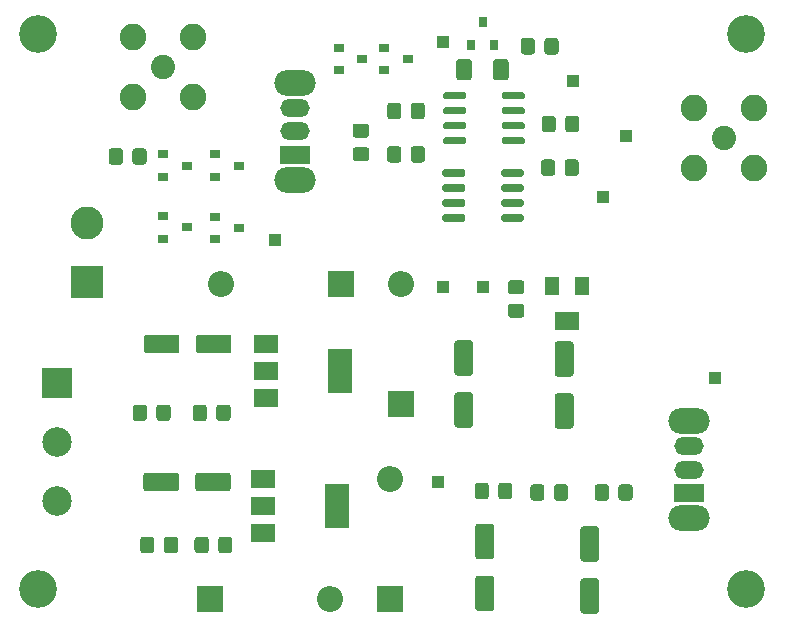
<source format=gbr>
%TF.GenerationSoftware,KiCad,Pcbnew,(5.1.8-0-10_14)*%
%TF.CreationDate,2022-02-24T11:51:48-06:00*%
%TF.ProjectId,SAQ_KiCad,5341515f-4b69-4436-9164-2e6b69636164,rev?*%
%TF.SameCoordinates,Original*%
%TF.FileFunction,Soldermask,Top*%
%TF.FilePolarity,Negative*%
%FSLAX46Y46*%
G04 Gerber Fmt 4.6, Leading zero omitted, Abs format (unit mm)*
G04 Created by KiCad (PCBNEW (5.1.8-0-10_14)) date 2022-02-24 11:51:48*
%MOMM*%
%LPD*%
G01*
G04 APERTURE LIST*
%ADD10C,2.250000*%
%ADD11C,2.050000*%
%ADD12C,3.200000*%
%ADD13R,1.000000X1.000000*%
%ADD14R,2.000000X1.500000*%
%ADD15R,2.000000X3.800000*%
%ADD16O,3.500000X2.200000*%
%ADD17O,2.500000X1.500000*%
%ADD18R,2.500000X1.500000*%
%ADD19R,1.300000X1.600000*%
%ADD20R,2.000000X1.600000*%
%ADD21R,0.800000X0.900000*%
%ADD22R,0.900000X0.800000*%
%ADD23C,2.500000*%
%ADD24R,2.500000X2.500000*%
%ADD25C,2.800000*%
%ADD26R,2.800000X2.800000*%
%ADD27O,2.200000X2.200000*%
%ADD28R,2.200000X2.200000*%
G04 APERTURE END LIST*
D10*
%TO.C,J3*%
X115570000Y-23876000D03*
X115570000Y-18796000D03*
X120650000Y-18796000D03*
X120650000Y-23876000D03*
D11*
X118110000Y-21336000D03*
%TD*%
D10*
%TO.C,J4*%
X163068000Y-29845000D03*
X163068000Y-24765000D03*
X168148000Y-24765000D03*
X168148000Y-29845000D03*
D11*
X165608000Y-27305000D03*
%TD*%
D12*
%TO.C,H5*%
X107500000Y-18500000D03*
%TD*%
%TO.C,H4*%
X167500000Y-18500000D03*
%TD*%
%TO.C,H3*%
X167500000Y-65500000D03*
%TD*%
%TO.C,H2*%
X107500000Y-65500000D03*
%TD*%
%TO.C,U4*%
G36*
G01*
X143726000Y-33949500D02*
X143726000Y-34249500D01*
G75*
G02*
X143576000Y-34399500I-150000J0D01*
G01*
X141926000Y-34399500D01*
G75*
G02*
X141776000Y-34249500I0J150000D01*
G01*
X141776000Y-33949500D01*
G75*
G02*
X141926000Y-33799500I150000J0D01*
G01*
X143576000Y-33799500D01*
G75*
G02*
X143726000Y-33949500I0J-150000D01*
G01*
G37*
G36*
G01*
X143726000Y-32679500D02*
X143726000Y-32979500D01*
G75*
G02*
X143576000Y-33129500I-150000J0D01*
G01*
X141926000Y-33129500D01*
G75*
G02*
X141776000Y-32979500I0J150000D01*
G01*
X141776000Y-32679500D01*
G75*
G02*
X141926000Y-32529500I150000J0D01*
G01*
X143576000Y-32529500D01*
G75*
G02*
X143726000Y-32679500I0J-150000D01*
G01*
G37*
G36*
G01*
X143726000Y-31409500D02*
X143726000Y-31709500D01*
G75*
G02*
X143576000Y-31859500I-150000J0D01*
G01*
X141926000Y-31859500D01*
G75*
G02*
X141776000Y-31709500I0J150000D01*
G01*
X141776000Y-31409500D01*
G75*
G02*
X141926000Y-31259500I150000J0D01*
G01*
X143576000Y-31259500D01*
G75*
G02*
X143726000Y-31409500I0J-150000D01*
G01*
G37*
G36*
G01*
X143726000Y-30139500D02*
X143726000Y-30439500D01*
G75*
G02*
X143576000Y-30589500I-150000J0D01*
G01*
X141926000Y-30589500D01*
G75*
G02*
X141776000Y-30439500I0J150000D01*
G01*
X141776000Y-30139500D01*
G75*
G02*
X141926000Y-29989500I150000J0D01*
G01*
X143576000Y-29989500D01*
G75*
G02*
X143726000Y-30139500I0J-150000D01*
G01*
G37*
G36*
G01*
X148676000Y-30139500D02*
X148676000Y-30439500D01*
G75*
G02*
X148526000Y-30589500I-150000J0D01*
G01*
X146876000Y-30589500D01*
G75*
G02*
X146726000Y-30439500I0J150000D01*
G01*
X146726000Y-30139500D01*
G75*
G02*
X146876000Y-29989500I150000J0D01*
G01*
X148526000Y-29989500D01*
G75*
G02*
X148676000Y-30139500I0J-150000D01*
G01*
G37*
G36*
G01*
X148676000Y-31409500D02*
X148676000Y-31709500D01*
G75*
G02*
X148526000Y-31859500I-150000J0D01*
G01*
X146876000Y-31859500D01*
G75*
G02*
X146726000Y-31709500I0J150000D01*
G01*
X146726000Y-31409500D01*
G75*
G02*
X146876000Y-31259500I150000J0D01*
G01*
X148526000Y-31259500D01*
G75*
G02*
X148676000Y-31409500I0J-150000D01*
G01*
G37*
G36*
G01*
X148676000Y-32679500D02*
X148676000Y-32979500D01*
G75*
G02*
X148526000Y-33129500I-150000J0D01*
G01*
X146876000Y-33129500D01*
G75*
G02*
X146726000Y-32979500I0J150000D01*
G01*
X146726000Y-32679500D01*
G75*
G02*
X146876000Y-32529500I150000J0D01*
G01*
X148526000Y-32529500D01*
G75*
G02*
X148676000Y-32679500I0J-150000D01*
G01*
G37*
G36*
G01*
X148676000Y-33949500D02*
X148676000Y-34249500D01*
G75*
G02*
X148526000Y-34399500I-150000J0D01*
G01*
X146876000Y-34399500D01*
G75*
G02*
X146726000Y-34249500I0J150000D01*
G01*
X146726000Y-33949500D01*
G75*
G02*
X146876000Y-33799500I150000J0D01*
G01*
X148526000Y-33799500D01*
G75*
G02*
X148676000Y-33949500I0J-150000D01*
G01*
G37*
%TD*%
D13*
%TO.C,TP9*%
X127635000Y-35941000D03*
%TD*%
%TO.C,TP8*%
X145224500Y-39941500D03*
%TD*%
%TO.C,TP7*%
X141414500Y-56451500D03*
%TD*%
%TO.C,TP6*%
X141795500Y-39941500D03*
%TD*%
%TO.C,TP5*%
X164846000Y-47688500D03*
%TD*%
%TO.C,TP4*%
X157289500Y-27178000D03*
%TD*%
%TO.C,TP3*%
X155384500Y-32321500D03*
%TD*%
%TO.C,TP2*%
X152844500Y-22479000D03*
%TD*%
%TO.C,TP1*%
X141859000Y-19177000D03*
%TD*%
%TO.C,U3*%
G36*
G01*
X146795620Y-23911700D02*
X146795620Y-23611700D01*
G75*
G02*
X146945620Y-23461700I150000J0D01*
G01*
X148595620Y-23461700D01*
G75*
G02*
X148745620Y-23611700I0J-150000D01*
G01*
X148745620Y-23911700D01*
G75*
G02*
X148595620Y-24061700I-150000J0D01*
G01*
X146945620Y-24061700D01*
G75*
G02*
X146795620Y-23911700I0J150000D01*
G01*
G37*
G36*
G01*
X146795620Y-25181700D02*
X146795620Y-24881700D01*
G75*
G02*
X146945620Y-24731700I150000J0D01*
G01*
X148595620Y-24731700D01*
G75*
G02*
X148745620Y-24881700I0J-150000D01*
G01*
X148745620Y-25181700D01*
G75*
G02*
X148595620Y-25331700I-150000J0D01*
G01*
X146945620Y-25331700D01*
G75*
G02*
X146795620Y-25181700I0J150000D01*
G01*
G37*
G36*
G01*
X146795620Y-26451700D02*
X146795620Y-26151700D01*
G75*
G02*
X146945620Y-26001700I150000J0D01*
G01*
X148595620Y-26001700D01*
G75*
G02*
X148745620Y-26151700I0J-150000D01*
G01*
X148745620Y-26451700D01*
G75*
G02*
X148595620Y-26601700I-150000J0D01*
G01*
X146945620Y-26601700D01*
G75*
G02*
X146795620Y-26451700I0J150000D01*
G01*
G37*
G36*
G01*
X146795620Y-27721700D02*
X146795620Y-27421700D01*
G75*
G02*
X146945620Y-27271700I150000J0D01*
G01*
X148595620Y-27271700D01*
G75*
G02*
X148745620Y-27421700I0J-150000D01*
G01*
X148745620Y-27721700D01*
G75*
G02*
X148595620Y-27871700I-150000J0D01*
G01*
X146945620Y-27871700D01*
G75*
G02*
X146795620Y-27721700I0J150000D01*
G01*
G37*
G36*
G01*
X141845620Y-27721700D02*
X141845620Y-27421700D01*
G75*
G02*
X141995620Y-27271700I150000J0D01*
G01*
X143645620Y-27271700D01*
G75*
G02*
X143795620Y-27421700I0J-150000D01*
G01*
X143795620Y-27721700D01*
G75*
G02*
X143645620Y-27871700I-150000J0D01*
G01*
X141995620Y-27871700D01*
G75*
G02*
X141845620Y-27721700I0J150000D01*
G01*
G37*
G36*
G01*
X141845620Y-26451700D02*
X141845620Y-26151700D01*
G75*
G02*
X141995620Y-26001700I150000J0D01*
G01*
X143645620Y-26001700D01*
G75*
G02*
X143795620Y-26151700I0J-150000D01*
G01*
X143795620Y-26451700D01*
G75*
G02*
X143645620Y-26601700I-150000J0D01*
G01*
X141995620Y-26601700D01*
G75*
G02*
X141845620Y-26451700I0J150000D01*
G01*
G37*
G36*
G01*
X141845620Y-25181700D02*
X141845620Y-24881700D01*
G75*
G02*
X141995620Y-24731700I150000J0D01*
G01*
X143645620Y-24731700D01*
G75*
G02*
X143795620Y-24881700I0J-150000D01*
G01*
X143795620Y-25181700D01*
G75*
G02*
X143645620Y-25331700I-150000J0D01*
G01*
X141995620Y-25331700D01*
G75*
G02*
X141845620Y-25181700I0J150000D01*
G01*
G37*
G36*
G01*
X141845620Y-23911700D02*
X141845620Y-23611700D01*
G75*
G02*
X141995620Y-23461700I150000J0D01*
G01*
X143645620Y-23461700D01*
G75*
G02*
X143795620Y-23611700I0J-150000D01*
G01*
X143795620Y-23911700D01*
G75*
G02*
X143645620Y-24061700I-150000J0D01*
G01*
X141995620Y-24061700D01*
G75*
G02*
X141845620Y-23911700I0J150000D01*
G01*
G37*
%TD*%
D14*
%TO.C,U2*%
X126580500Y-56183500D03*
X126580500Y-60783500D03*
X126580500Y-58483500D03*
D15*
X132880500Y-58483500D03*
%TD*%
D14*
%TO.C,U1*%
X126841720Y-44761120D03*
X126841720Y-49361120D03*
X126841720Y-47061120D03*
D15*
X133141720Y-47061120D03*
%TD*%
D16*
%TO.C,SW2*%
X162687000Y-51299500D03*
X162687000Y-59499500D03*
D17*
X162687000Y-53399500D03*
X162687000Y-55399500D03*
D18*
X162687000Y-57399500D03*
%TD*%
D16*
%TO.C,SW1*%
X129286000Y-22665500D03*
X129286000Y-30865500D03*
D17*
X129286000Y-24765500D03*
X129286000Y-26765500D03*
D18*
X129286000Y-28765500D03*
%TD*%
D19*
%TO.C,RV1*%
X151086500Y-39888500D03*
D20*
X152336500Y-42788500D03*
D19*
X153586500Y-39888500D03*
%TD*%
%TO.C,R16*%
G36*
G01*
X151317500Y-29394999D02*
X151317500Y-30295001D01*
G75*
G02*
X151067501Y-30545000I-249999J0D01*
G01*
X150367499Y-30545000D01*
G75*
G02*
X150117500Y-30295001I0J249999D01*
G01*
X150117500Y-29394999D01*
G75*
G02*
X150367499Y-29145000I249999J0D01*
G01*
X151067501Y-29145000D01*
G75*
G02*
X151317500Y-29394999I0J-249999D01*
G01*
G37*
G36*
G01*
X153317500Y-29394999D02*
X153317500Y-30295001D01*
G75*
G02*
X153067501Y-30545000I-249999J0D01*
G01*
X152367499Y-30545000D01*
G75*
G02*
X152117500Y-30295001I0J249999D01*
G01*
X152117500Y-29394999D01*
G75*
G02*
X152367499Y-29145000I249999J0D01*
G01*
X153067501Y-29145000D01*
G75*
G02*
X153317500Y-29394999I0J-249999D01*
G01*
G37*
%TD*%
%TO.C,R14*%
G36*
G01*
X149603000Y-19107999D02*
X149603000Y-20008001D01*
G75*
G02*
X149353001Y-20258000I-249999J0D01*
G01*
X148652999Y-20258000D01*
G75*
G02*
X148403000Y-20008001I0J249999D01*
G01*
X148403000Y-19107999D01*
G75*
G02*
X148652999Y-18858000I249999J0D01*
G01*
X149353001Y-18858000D01*
G75*
G02*
X149603000Y-19107999I0J-249999D01*
G01*
G37*
G36*
G01*
X151603000Y-19107999D02*
X151603000Y-20008001D01*
G75*
G02*
X151353001Y-20258000I-249999J0D01*
G01*
X150652999Y-20258000D01*
G75*
G02*
X150403000Y-20008001I0J249999D01*
G01*
X150403000Y-19107999D01*
G75*
G02*
X150652999Y-18858000I249999J0D01*
G01*
X151353001Y-18858000D01*
G75*
G02*
X151603000Y-19107999I0J-249999D01*
G01*
G37*
%TD*%
%TO.C,R13*%
G36*
G01*
X152165000Y-26596001D02*
X152165000Y-25695999D01*
G75*
G02*
X152414999Y-25446000I249999J0D01*
G01*
X153115001Y-25446000D01*
G75*
G02*
X153365000Y-25695999I0J-249999D01*
G01*
X153365000Y-26596001D01*
G75*
G02*
X153115001Y-26846000I-249999J0D01*
G01*
X152414999Y-26846000D01*
G75*
G02*
X152165000Y-26596001I0J249999D01*
G01*
G37*
G36*
G01*
X150165000Y-26596001D02*
X150165000Y-25695999D01*
G75*
G02*
X150414999Y-25446000I249999J0D01*
G01*
X151115001Y-25446000D01*
G75*
G02*
X151365000Y-25695999I0J-249999D01*
G01*
X151365000Y-26596001D01*
G75*
G02*
X151115001Y-26846000I-249999J0D01*
G01*
X150414999Y-26846000D01*
G75*
G02*
X150165000Y-26596001I0J249999D01*
G01*
G37*
%TD*%
%TO.C,R12*%
G36*
G01*
X139093400Y-29162161D02*
X139093400Y-28262159D01*
G75*
G02*
X139343399Y-28012160I249999J0D01*
G01*
X140043401Y-28012160D01*
G75*
G02*
X140293400Y-28262159I0J-249999D01*
G01*
X140293400Y-29162161D01*
G75*
G02*
X140043401Y-29412160I-249999J0D01*
G01*
X139343399Y-29412160D01*
G75*
G02*
X139093400Y-29162161I0J249999D01*
G01*
G37*
G36*
G01*
X137093400Y-29162161D02*
X137093400Y-28262159D01*
G75*
G02*
X137343399Y-28012160I249999J0D01*
G01*
X138043401Y-28012160D01*
G75*
G02*
X138293400Y-28262159I0J-249999D01*
G01*
X138293400Y-29162161D01*
G75*
G02*
X138043401Y-29412160I-249999J0D01*
G01*
X137343399Y-29412160D01*
G75*
G02*
X137093400Y-29162161I0J249999D01*
G01*
G37*
%TD*%
%TO.C,R11*%
G36*
G01*
X139093400Y-25484241D02*
X139093400Y-24584239D01*
G75*
G02*
X139343399Y-24334240I249999J0D01*
G01*
X140043401Y-24334240D01*
G75*
G02*
X140293400Y-24584239I0J-249999D01*
G01*
X140293400Y-25484241D01*
G75*
G02*
X140043401Y-25734240I-249999J0D01*
G01*
X139343399Y-25734240D01*
G75*
G02*
X139093400Y-25484241I0J249999D01*
G01*
G37*
G36*
G01*
X137093400Y-25484241D02*
X137093400Y-24584239D01*
G75*
G02*
X137343399Y-24334240I249999J0D01*
G01*
X138043401Y-24334240D01*
G75*
G02*
X138293400Y-24584239I0J-249999D01*
G01*
X138293400Y-25484241D01*
G75*
G02*
X138043401Y-25734240I-249999J0D01*
G01*
X137343399Y-25734240D01*
G75*
G02*
X137093400Y-25484241I0J249999D01*
G01*
G37*
%TD*%
%TO.C,R10*%
G36*
G01*
X135324001Y-27302000D02*
X134423999Y-27302000D01*
G75*
G02*
X134174000Y-27052001I0J249999D01*
G01*
X134174000Y-26351999D01*
G75*
G02*
X134423999Y-26102000I249999J0D01*
G01*
X135324001Y-26102000D01*
G75*
G02*
X135574000Y-26351999I0J-249999D01*
G01*
X135574000Y-27052001D01*
G75*
G02*
X135324001Y-27302000I-249999J0D01*
G01*
G37*
G36*
G01*
X135324001Y-29302000D02*
X134423999Y-29302000D01*
G75*
G02*
X134174000Y-29052001I0J249999D01*
G01*
X134174000Y-28351999D01*
G75*
G02*
X134423999Y-28102000I249999J0D01*
G01*
X135324001Y-28102000D01*
G75*
G02*
X135574000Y-28351999I0J-249999D01*
G01*
X135574000Y-29052001D01*
G75*
G02*
X135324001Y-29302000I-249999J0D01*
G01*
G37*
%TD*%
%TO.C,R9*%
G36*
G01*
X155873500Y-56890499D02*
X155873500Y-57790501D01*
G75*
G02*
X155623501Y-58040500I-249999J0D01*
G01*
X154923499Y-58040500D01*
G75*
G02*
X154673500Y-57790501I0J249999D01*
G01*
X154673500Y-56890499D01*
G75*
G02*
X154923499Y-56640500I249999J0D01*
G01*
X155623501Y-56640500D01*
G75*
G02*
X155873500Y-56890499I0J-249999D01*
G01*
G37*
G36*
G01*
X157873500Y-56890499D02*
X157873500Y-57790501D01*
G75*
G02*
X157623501Y-58040500I-249999J0D01*
G01*
X156923499Y-58040500D01*
G75*
G02*
X156673500Y-57790501I0J249999D01*
G01*
X156673500Y-56890499D01*
G75*
G02*
X156923499Y-56640500I249999J0D01*
G01*
X157623501Y-56640500D01*
G75*
G02*
X157873500Y-56890499I0J-249999D01*
G01*
G37*
%TD*%
%TO.C,R8*%
G36*
G01*
X150412500Y-56890499D02*
X150412500Y-57790501D01*
G75*
G02*
X150162501Y-58040500I-249999J0D01*
G01*
X149462499Y-58040500D01*
G75*
G02*
X149212500Y-57790501I0J249999D01*
G01*
X149212500Y-56890499D01*
G75*
G02*
X149462499Y-56640500I249999J0D01*
G01*
X150162501Y-56640500D01*
G75*
G02*
X150412500Y-56890499I0J-249999D01*
G01*
G37*
G36*
G01*
X152412500Y-56890499D02*
X152412500Y-57790501D01*
G75*
G02*
X152162501Y-58040500I-249999J0D01*
G01*
X151462499Y-58040500D01*
G75*
G02*
X151212500Y-57790501I0J249999D01*
G01*
X151212500Y-56890499D01*
G75*
G02*
X151462499Y-56640500I249999J0D01*
G01*
X152162501Y-56640500D01*
G75*
G02*
X152412500Y-56890499I0J-249999D01*
G01*
G37*
%TD*%
%TO.C,R7*%
G36*
G01*
X147568499Y-41357500D02*
X148468501Y-41357500D01*
G75*
G02*
X148718500Y-41607499I0J-249999D01*
G01*
X148718500Y-42307501D01*
G75*
G02*
X148468501Y-42557500I-249999J0D01*
G01*
X147568499Y-42557500D01*
G75*
G02*
X147318500Y-42307501I0J249999D01*
G01*
X147318500Y-41607499D01*
G75*
G02*
X147568499Y-41357500I249999J0D01*
G01*
G37*
G36*
G01*
X147568499Y-39357500D02*
X148468501Y-39357500D01*
G75*
G02*
X148718500Y-39607499I0J-249999D01*
G01*
X148718500Y-40307501D01*
G75*
G02*
X148468501Y-40557500I-249999J0D01*
G01*
X147568499Y-40557500D01*
G75*
G02*
X147318500Y-40307501I0J249999D01*
G01*
X147318500Y-39607499D01*
G75*
G02*
X147568499Y-39357500I249999J0D01*
G01*
G37*
%TD*%
%TO.C,R6*%
G36*
G01*
X145697500Y-56763499D02*
X145697500Y-57663501D01*
G75*
G02*
X145447501Y-57913500I-249999J0D01*
G01*
X144747499Y-57913500D01*
G75*
G02*
X144497500Y-57663501I0J249999D01*
G01*
X144497500Y-56763499D01*
G75*
G02*
X144747499Y-56513500I249999J0D01*
G01*
X145447501Y-56513500D01*
G75*
G02*
X145697500Y-56763499I0J-249999D01*
G01*
G37*
G36*
G01*
X147697500Y-56763499D02*
X147697500Y-57663501D01*
G75*
G02*
X147447501Y-57913500I-249999J0D01*
G01*
X146747499Y-57913500D01*
G75*
G02*
X146497500Y-57663501I0J249999D01*
G01*
X146497500Y-56763499D01*
G75*
G02*
X146747499Y-56513500I249999J0D01*
G01*
X147447501Y-56513500D01*
G75*
G02*
X147697500Y-56763499I0J-249999D01*
G01*
G37*
%TD*%
%TO.C,R5*%
G36*
G01*
X122780500Y-62235501D02*
X122780500Y-61335499D01*
G75*
G02*
X123030499Y-61085500I249999J0D01*
G01*
X123730501Y-61085500D01*
G75*
G02*
X123980500Y-61335499I0J-249999D01*
G01*
X123980500Y-62235501D01*
G75*
G02*
X123730501Y-62485500I-249999J0D01*
G01*
X123030499Y-62485500D01*
G75*
G02*
X122780500Y-62235501I0J249999D01*
G01*
G37*
G36*
G01*
X120780500Y-62235501D02*
X120780500Y-61335499D01*
G75*
G02*
X121030499Y-61085500I249999J0D01*
G01*
X121730501Y-61085500D01*
G75*
G02*
X121980500Y-61335499I0J-249999D01*
G01*
X121980500Y-62235501D01*
G75*
G02*
X121730501Y-62485500I-249999J0D01*
G01*
X121030499Y-62485500D01*
G75*
G02*
X120780500Y-62235501I0J249999D01*
G01*
G37*
%TD*%
%TO.C,R4*%
G36*
G01*
X121837500Y-50159499D02*
X121837500Y-51059501D01*
G75*
G02*
X121587501Y-51309500I-249999J0D01*
G01*
X120887499Y-51309500D01*
G75*
G02*
X120637500Y-51059501I0J249999D01*
G01*
X120637500Y-50159499D01*
G75*
G02*
X120887499Y-49909500I249999J0D01*
G01*
X121587501Y-49909500D01*
G75*
G02*
X121837500Y-50159499I0J-249999D01*
G01*
G37*
G36*
G01*
X123837500Y-50159499D02*
X123837500Y-51059501D01*
G75*
G02*
X123587501Y-51309500I-249999J0D01*
G01*
X122887499Y-51309500D01*
G75*
G02*
X122637500Y-51059501I0J249999D01*
G01*
X122637500Y-50159499D01*
G75*
G02*
X122887499Y-49909500I249999J0D01*
G01*
X123587501Y-49909500D01*
G75*
G02*
X123837500Y-50159499I0J-249999D01*
G01*
G37*
%TD*%
%TO.C,R3*%
G36*
G01*
X118192500Y-62235501D02*
X118192500Y-61335499D01*
G75*
G02*
X118442499Y-61085500I249999J0D01*
G01*
X119142501Y-61085500D01*
G75*
G02*
X119392500Y-61335499I0J-249999D01*
G01*
X119392500Y-62235501D01*
G75*
G02*
X119142501Y-62485500I-249999J0D01*
G01*
X118442499Y-62485500D01*
G75*
G02*
X118192500Y-62235501I0J249999D01*
G01*
G37*
G36*
G01*
X116192500Y-62235501D02*
X116192500Y-61335499D01*
G75*
G02*
X116442499Y-61085500I249999J0D01*
G01*
X117142501Y-61085500D01*
G75*
G02*
X117392500Y-61335499I0J-249999D01*
G01*
X117392500Y-62235501D01*
G75*
G02*
X117142501Y-62485500I-249999J0D01*
G01*
X116442499Y-62485500D01*
G75*
G02*
X116192500Y-62235501I0J249999D01*
G01*
G37*
%TD*%
%TO.C,R2*%
G36*
G01*
X116757500Y-50143499D02*
X116757500Y-51043501D01*
G75*
G02*
X116507501Y-51293500I-249999J0D01*
G01*
X115807499Y-51293500D01*
G75*
G02*
X115557500Y-51043501I0J249999D01*
G01*
X115557500Y-50143499D01*
G75*
G02*
X115807499Y-49893500I249999J0D01*
G01*
X116507501Y-49893500D01*
G75*
G02*
X116757500Y-50143499I0J-249999D01*
G01*
G37*
G36*
G01*
X118757500Y-50143499D02*
X118757500Y-51043501D01*
G75*
G02*
X118507501Y-51293500I-249999J0D01*
G01*
X117807499Y-51293500D01*
G75*
G02*
X117557500Y-51043501I0J249999D01*
G01*
X117557500Y-50143499D01*
G75*
G02*
X117807499Y-49893500I249999J0D01*
G01*
X118507501Y-49893500D01*
G75*
G02*
X118757500Y-50143499I0J-249999D01*
G01*
G37*
%TD*%
%TO.C,R1*%
G36*
G01*
X114725500Y-28442499D02*
X114725500Y-29342501D01*
G75*
G02*
X114475501Y-29592500I-249999J0D01*
G01*
X113775499Y-29592500D01*
G75*
G02*
X113525500Y-29342501I0J249999D01*
G01*
X113525500Y-28442499D01*
G75*
G02*
X113775499Y-28192500I249999J0D01*
G01*
X114475501Y-28192500D01*
G75*
G02*
X114725500Y-28442499I0J-249999D01*
G01*
G37*
G36*
G01*
X116725500Y-28442499D02*
X116725500Y-29342501D01*
G75*
G02*
X116475501Y-29592500I-249999J0D01*
G01*
X115775499Y-29592500D01*
G75*
G02*
X115525500Y-29342501I0J249999D01*
G01*
X115525500Y-28442499D01*
G75*
G02*
X115775499Y-28192500I249999J0D01*
G01*
X116475501Y-28192500D01*
G75*
G02*
X116725500Y-28442499I0J-249999D01*
G01*
G37*
%TD*%
D21*
%TO.C,Q7*%
X145177000Y-17481000D03*
X146127000Y-19481000D03*
X144227000Y-19481000D03*
%TD*%
D22*
%TO.C,Q6*%
X134985000Y-20637500D03*
X132985000Y-21587500D03*
X132985000Y-19687500D03*
%TD*%
%TO.C,Q5*%
X138858500Y-20637500D03*
X136858500Y-21587500D03*
X136858500Y-19687500D03*
%TD*%
%TO.C,Q4*%
X124550680Y-34925000D03*
X122550680Y-35875000D03*
X122550680Y-33975000D03*
%TD*%
%TO.C,Q3*%
X124550680Y-29667200D03*
X122550680Y-30617200D03*
X122550680Y-28717200D03*
%TD*%
%TO.C,Q2*%
X120151400Y-34891980D03*
X118151400Y-35841980D03*
X118151400Y-33941980D03*
%TD*%
%TO.C,Q1*%
X120151400Y-29667200D03*
X118151400Y-30617200D03*
X118151400Y-28717200D03*
%TD*%
D23*
%TO.C,J2*%
X109156500Y-58102500D03*
X109156500Y-53102500D03*
D24*
X109156500Y-48102500D03*
%TD*%
D25*
%TO.C,J1*%
X111696500Y-34560500D03*
D26*
X111696500Y-39560500D03*
%TD*%
D27*
%TO.C,D4*%
X132270500Y-66357500D03*
D28*
X122110500Y-66357500D03*
%TD*%
D27*
%TO.C,D3*%
X122999500Y-39687500D03*
D28*
X133159500Y-39687500D03*
%TD*%
D27*
%TO.C,D2*%
X137350500Y-56197500D03*
D28*
X137350500Y-66357500D03*
%TD*%
D27*
%TO.C,D1*%
X138239500Y-39687500D03*
D28*
X138239500Y-49847500D03*
%TD*%
%TO.C,C7*%
G36*
G01*
X146061000Y-22201503D02*
X146061000Y-20901497D01*
G75*
G02*
X146310997Y-20651500I249997J0D01*
G01*
X147136003Y-20651500D01*
G75*
G02*
X147386000Y-20901497I0J-249997D01*
G01*
X147386000Y-22201503D01*
G75*
G02*
X147136003Y-22451500I-249997J0D01*
G01*
X146310997Y-22451500D01*
G75*
G02*
X146061000Y-22201503I0J249997D01*
G01*
G37*
G36*
G01*
X142936000Y-22201503D02*
X142936000Y-20901497D01*
G75*
G02*
X143185997Y-20651500I249997J0D01*
G01*
X144011003Y-20651500D01*
G75*
G02*
X144261000Y-20901497I0J-249997D01*
G01*
X144261000Y-22201503D01*
G75*
G02*
X144011003Y-22451500I-249997J0D01*
G01*
X143185997Y-22451500D01*
G75*
G02*
X142936000Y-22201503I0J249997D01*
G01*
G37*
%TD*%
%TO.C,C6*%
G36*
G01*
X154791500Y-63203500D02*
X153691500Y-63203500D01*
G75*
G02*
X153441500Y-62953500I0J250000D01*
G01*
X153441500Y-60453500D01*
G75*
G02*
X153691500Y-60203500I250000J0D01*
G01*
X154791500Y-60203500D01*
G75*
G02*
X155041500Y-60453500I0J-250000D01*
G01*
X155041500Y-62953500D01*
G75*
G02*
X154791500Y-63203500I-250000J0D01*
G01*
G37*
G36*
G01*
X154791500Y-67603500D02*
X153691500Y-67603500D01*
G75*
G02*
X153441500Y-67353500I0J250000D01*
G01*
X153441500Y-64853500D01*
G75*
G02*
X153691500Y-64603500I250000J0D01*
G01*
X154791500Y-64603500D01*
G75*
G02*
X155041500Y-64853500I0J-250000D01*
G01*
X155041500Y-67353500D01*
G75*
G02*
X154791500Y-67603500I-250000J0D01*
G01*
G37*
%TD*%
%TO.C,C5*%
G36*
G01*
X151532500Y-48937500D02*
X152632500Y-48937500D01*
G75*
G02*
X152882500Y-49187500I0J-250000D01*
G01*
X152882500Y-51687500D01*
G75*
G02*
X152632500Y-51937500I-250000J0D01*
G01*
X151532500Y-51937500D01*
G75*
G02*
X151282500Y-51687500I0J250000D01*
G01*
X151282500Y-49187500D01*
G75*
G02*
X151532500Y-48937500I250000J0D01*
G01*
G37*
G36*
G01*
X151532500Y-44537500D02*
X152632500Y-44537500D01*
G75*
G02*
X152882500Y-44787500I0J-250000D01*
G01*
X152882500Y-47287500D01*
G75*
G02*
X152632500Y-47537500I-250000J0D01*
G01*
X151532500Y-47537500D01*
G75*
G02*
X151282500Y-47287500I0J250000D01*
G01*
X151282500Y-44787500D01*
G75*
G02*
X151532500Y-44537500I250000J0D01*
G01*
G37*
%TD*%
%TO.C,C4*%
G36*
G01*
X145901500Y-62990500D02*
X144801500Y-62990500D01*
G75*
G02*
X144551500Y-62740500I0J250000D01*
G01*
X144551500Y-60240500D01*
G75*
G02*
X144801500Y-59990500I250000J0D01*
G01*
X145901500Y-59990500D01*
G75*
G02*
X146151500Y-60240500I0J-250000D01*
G01*
X146151500Y-62740500D01*
G75*
G02*
X145901500Y-62990500I-250000J0D01*
G01*
G37*
G36*
G01*
X145901500Y-67390500D02*
X144801500Y-67390500D01*
G75*
G02*
X144551500Y-67140500I0J250000D01*
G01*
X144551500Y-64640500D01*
G75*
G02*
X144801500Y-64390500I250000J0D01*
G01*
X145901500Y-64390500D01*
G75*
G02*
X146151500Y-64640500I0J-250000D01*
G01*
X146151500Y-67140500D01*
G75*
G02*
X145901500Y-67390500I-250000J0D01*
G01*
G37*
%TD*%
%TO.C,C3*%
G36*
G01*
X143023500Y-48855500D02*
X144123500Y-48855500D01*
G75*
G02*
X144373500Y-49105500I0J-250000D01*
G01*
X144373500Y-51605500D01*
G75*
G02*
X144123500Y-51855500I-250000J0D01*
G01*
X143023500Y-51855500D01*
G75*
G02*
X142773500Y-51605500I0J250000D01*
G01*
X142773500Y-49105500D01*
G75*
G02*
X143023500Y-48855500I250000J0D01*
G01*
G37*
G36*
G01*
X143023500Y-44455500D02*
X144123500Y-44455500D01*
G75*
G02*
X144373500Y-44705500I0J-250000D01*
G01*
X144373500Y-47205500D01*
G75*
G02*
X144123500Y-47455500I-250000J0D01*
G01*
X143023500Y-47455500D01*
G75*
G02*
X142773500Y-47205500I0J250000D01*
G01*
X142773500Y-44705500D01*
G75*
G02*
X143023500Y-44455500I250000J0D01*
G01*
G37*
%TD*%
%TO.C,C2*%
G36*
G01*
X120864500Y-57001500D02*
X120864500Y-55901500D01*
G75*
G02*
X121114500Y-55651500I250000J0D01*
G01*
X123614500Y-55651500D01*
G75*
G02*
X123864500Y-55901500I0J-250000D01*
G01*
X123864500Y-57001500D01*
G75*
G02*
X123614500Y-57251500I-250000J0D01*
G01*
X121114500Y-57251500D01*
G75*
G02*
X120864500Y-57001500I0J250000D01*
G01*
G37*
G36*
G01*
X116464500Y-57001500D02*
X116464500Y-55901500D01*
G75*
G02*
X116714500Y-55651500I250000J0D01*
G01*
X119214500Y-55651500D01*
G75*
G02*
X119464500Y-55901500I0J-250000D01*
G01*
X119464500Y-57001500D01*
G75*
G02*
X119214500Y-57251500I-250000J0D01*
G01*
X116714500Y-57251500D01*
G75*
G02*
X116464500Y-57001500I0J250000D01*
G01*
G37*
%TD*%
%TO.C,C1*%
G36*
G01*
X119505500Y-44217500D02*
X119505500Y-45317500D01*
G75*
G02*
X119255500Y-45567500I-250000J0D01*
G01*
X116755500Y-45567500D01*
G75*
G02*
X116505500Y-45317500I0J250000D01*
G01*
X116505500Y-44217500D01*
G75*
G02*
X116755500Y-43967500I250000J0D01*
G01*
X119255500Y-43967500D01*
G75*
G02*
X119505500Y-44217500I0J-250000D01*
G01*
G37*
G36*
G01*
X123905500Y-44217500D02*
X123905500Y-45317500D01*
G75*
G02*
X123655500Y-45567500I-250000J0D01*
G01*
X121155500Y-45567500D01*
G75*
G02*
X120905500Y-45317500I0J250000D01*
G01*
X120905500Y-44217500D01*
G75*
G02*
X121155500Y-43967500I250000J0D01*
G01*
X123655500Y-43967500D01*
G75*
G02*
X123905500Y-44217500I0J-250000D01*
G01*
G37*
%TD*%
M02*

</source>
